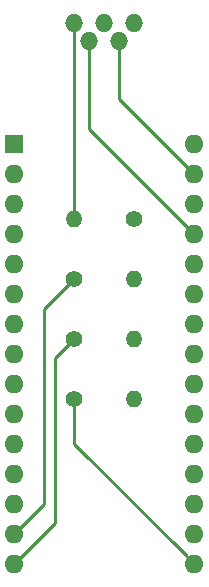
<source format=gbr>
G04 #@! TF.GenerationSoftware,KiCad,Pcbnew,(5.0.2)-1*
G04 #@! TF.CreationDate,2019-04-26T23:25:01-07:00*
G04 #@! TF.ProjectId,programmer,70726f67-7261-46d6-9d65-722e6b696361,rev?*
G04 #@! TF.SameCoordinates,Original*
G04 #@! TF.FileFunction,Copper,L2,Bot*
G04 #@! TF.FilePolarity,Positive*
%FSLAX46Y46*%
G04 Gerber Fmt 4.6, Leading zero omitted, Abs format (unit mm)*
G04 Created by KiCad (PCBNEW (5.0.2)-1) date 4/26/2019 11:25:01 PM*
%MOMM*%
%LPD*%
G01*
G04 APERTURE LIST*
G04 #@! TA.AperFunction,ComponentPad*
%ADD10O,1.524000X1.524000*%
G04 #@! TD*
G04 #@! TA.AperFunction,ComponentPad*
%ADD11O,1.600000X1.600000*%
G04 #@! TD*
G04 #@! TA.AperFunction,ComponentPad*
%ADD12R,1.600000X1.600000*%
G04 #@! TD*
G04 #@! TA.AperFunction,ComponentPad*
%ADD13O,1.400000X1.400000*%
G04 #@! TD*
G04 #@! TA.AperFunction,ComponentPad*
%ADD14C,1.400000*%
G04 #@! TD*
G04 #@! TA.AperFunction,Conductor*
%ADD15C,0.254000*%
G04 #@! TD*
G04 APERTURE END LIST*
D10*
G04 #@! TO.P,J2,1*
G04 #@! TO.N,/att_reset*
X25400000Y-13893800D03*
G04 #@! TO.P,J2,2*
G04 #@! TO.N,/pwr*
X26670000Y-15443200D03*
G04 #@! TO.P,J2,3*
G04 #@! TO.N,/att_data*
X27940000Y-13893800D03*
G04 #@! TO.P,J2,4*
G04 #@! TO.N,GNDREF*
X29210000Y-15443200D03*
G04 #@! TO.P,J2,5*
G04 #@! TO.N,/att_clk*
X30480000Y-13893800D03*
G04 #@! TD*
D11*
G04 #@! TO.P,A1,16*
G04 #@! TO.N,/prog_clk*
X35560000Y-59690000D03*
G04 #@! TO.P,A1,15*
G04 #@! TO.N,/prog_mosi*
X20320000Y-59690000D03*
G04 #@! TO.P,A1,30*
G04 #@! TO.N,N/C*
X35560000Y-24130000D03*
G04 #@! TO.P,A1,14*
G04 #@! TO.N,/prog_miso*
X20320000Y-57150000D03*
G04 #@! TO.P,A1,29*
G04 #@! TO.N,GNDREF*
X35560000Y-26670000D03*
G04 #@! TO.P,A1,13*
G04 #@! TO.N,/prog_reset*
X20320000Y-54610000D03*
G04 #@! TO.P,A1,28*
G04 #@! TO.N,N/C*
X35560000Y-29210000D03*
G04 #@! TO.P,A1,12*
X20320000Y-52070000D03*
G04 #@! TO.P,A1,27*
G04 #@! TO.N,/pwr*
X35560000Y-31750000D03*
G04 #@! TO.P,A1,11*
G04 #@! TO.N,N/C*
X20320000Y-49530000D03*
G04 #@! TO.P,A1,26*
X35560000Y-34290000D03*
G04 #@! TO.P,A1,10*
X20320000Y-46990000D03*
G04 #@! TO.P,A1,25*
X35560000Y-36830000D03*
G04 #@! TO.P,A1,9*
X20320000Y-44450000D03*
G04 #@! TO.P,A1,24*
X35560000Y-39370000D03*
G04 #@! TO.P,A1,8*
X20320000Y-41910000D03*
G04 #@! TO.P,A1,23*
X35560000Y-41910000D03*
G04 #@! TO.P,A1,7*
X20320000Y-39370000D03*
G04 #@! TO.P,A1,22*
X35560000Y-44450000D03*
G04 #@! TO.P,A1,6*
X20320000Y-36830000D03*
G04 #@! TO.P,A1,21*
X35560000Y-46990000D03*
G04 #@! TO.P,A1,5*
X20320000Y-34290000D03*
G04 #@! TO.P,A1,20*
X35560000Y-49530000D03*
G04 #@! TO.P,A1,4*
G04 #@! TO.N,GNDREF*
X20320000Y-31750000D03*
G04 #@! TO.P,A1,19*
G04 #@! TO.N,N/C*
X35560000Y-52070000D03*
G04 #@! TO.P,A1,3*
X20320000Y-29210000D03*
G04 #@! TO.P,A1,18*
X35560000Y-54610000D03*
G04 #@! TO.P,A1,2*
X20320000Y-26670000D03*
G04 #@! TO.P,A1,17*
G04 #@! TO.N,Net-(A1-Pad17)*
X35560000Y-57150000D03*
D12*
G04 #@! TO.P,A1,1*
G04 #@! TO.N,N/C*
X20320000Y-24130000D03*
G04 #@! TD*
D13*
G04 #@! TO.P,2k\03A9,2*
G04 #@! TO.N,/att_reset*
X25400000Y-30480000D03*
D14*
G04 #@! TO.P,2k\03A9,1*
G04 #@! TO.N,/prog_reset*
X30480000Y-30480000D03*
G04 #@! TD*
G04 #@! TO.P,2k\03A9,1*
G04 #@! TO.N,/prog_miso*
X25400000Y-35560000D03*
D13*
G04 #@! TO.P,2k\03A9,2*
G04 #@! TO.N,/att_data*
X30480000Y-35560000D03*
G04 #@! TD*
G04 #@! TO.P,2k\03A9,2*
G04 #@! TO.N,/att_data*
X30480000Y-40640000D03*
D14*
G04 #@! TO.P,2k\03A9,1*
G04 #@! TO.N,/prog_mosi*
X25400000Y-40640000D03*
G04 #@! TD*
G04 #@! TO.P,2k\03A9,1*
G04 #@! TO.N,/prog_clk*
X25400000Y-45720000D03*
D13*
G04 #@! TO.P,2k\03A9,2*
G04 #@! TO.N,/att_clk*
X30480000Y-45720000D03*
G04 #@! TD*
D15*
G04 #@! TO.N,/prog_miso*
X21119999Y-56350001D02*
X20320000Y-57150000D01*
X22860000Y-54610000D02*
X21119999Y-56350001D01*
X25400000Y-35560000D02*
X22860000Y-38100000D01*
X22860000Y-38100000D02*
X22860000Y-54610000D01*
G04 #@! TO.N,/pwr*
X35560000Y-31750000D02*
X26670000Y-22860000D01*
X26670000Y-15240000D02*
X26670000Y-22860000D01*
G04 #@! TO.N,/prog_clk*
X34760001Y-58890001D02*
X35560000Y-59690000D01*
X25400000Y-45720000D02*
X25400000Y-49530000D01*
X25400000Y-49530000D02*
X34760001Y-58890001D01*
G04 #@! TO.N,/prog_mosi*
X23749000Y-42291000D02*
X25400000Y-40640000D01*
X20320000Y-59690000D02*
X23749000Y-56261000D01*
X23749000Y-56261000D02*
X23749000Y-42291000D01*
G04 #@! TO.N,/att_reset*
X25400000Y-14097000D02*
X25400000Y-30480000D01*
G04 #@! TO.N,GNDREF*
X35560000Y-26670000D02*
X34925000Y-26670000D01*
X29210000Y-15875000D02*
X29210000Y-15494000D01*
X35560000Y-26670000D02*
X29210000Y-20320000D01*
X29210000Y-15240000D02*
X29210000Y-20320000D01*
G04 #@! TD*
M02*

</source>
